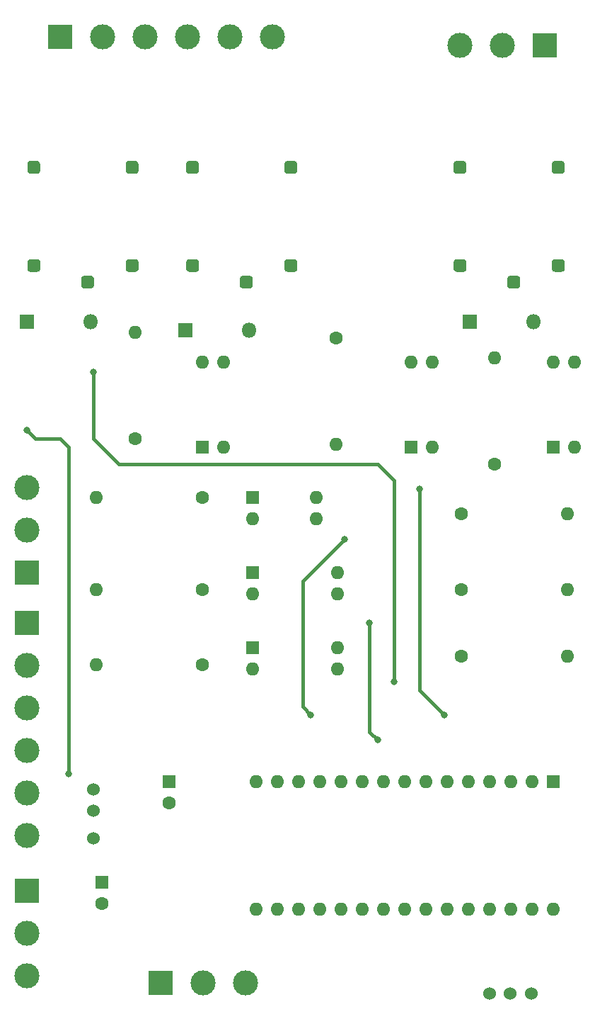
<source format=gtl>
G04 #@! TF.GenerationSoftware,KiCad,Pcbnew,(5.1.5)-3*
G04 #@! TF.CreationDate,2019-12-23T19:31:05-05:00*
G04 #@! TF.ProjectId,control_digital,636f6e74-726f-46c5-9f64-69676974616c,rev?*
G04 #@! TF.SameCoordinates,Original*
G04 #@! TF.FileFunction,Copper,L1,Top*
G04 #@! TF.FilePolarity,Positive*
%FSLAX46Y46*%
G04 Gerber Fmt 4.6, Leading zero omitted, Abs format (unit mm)*
G04 Created by KiCad (PCBNEW (5.1.5)-3) date 2019-12-23 19:31:05*
%MOMM*%
%LPD*%
G04 APERTURE LIST*
%ADD10C,3.000000*%
%ADD11R,3.000000X3.000000*%
%ADD12C,1.600000*%
%ADD13R,1.600000X1.600000*%
%ADD14O,1.600000X1.600000*%
%ADD15C,0.100000*%
%ADD16R,1.800000X1.800000*%
%ADD17O,1.800000X1.800000*%
%ADD18C,1.524000*%
%ADD19C,0.800000*%
%ADD20C,0.400000*%
G04 APERTURE END LIST*
D10*
X20000000Y-98080000D03*
X20000000Y-103160000D03*
D11*
X20000000Y-93000000D03*
D10*
X20000000Y-108240000D03*
X20000000Y-113320000D03*
X20000000Y-118400000D03*
D12*
X37000000Y-114500000D03*
D13*
X37000000Y-112000000D03*
D12*
X29000000Y-126500000D03*
D13*
X29000000Y-124000000D03*
D14*
X54620000Y-78000000D03*
X47000000Y-80540000D03*
X54620000Y-80540000D03*
D13*
X47000000Y-78000000D03*
D10*
X46160000Y-136000000D03*
X41080000Y-136000000D03*
D11*
X36000000Y-136000000D03*
D13*
X83000000Y-112000000D03*
D14*
X49980000Y-127240000D03*
X80460000Y-112000000D03*
X52520000Y-127240000D03*
X77920000Y-112000000D03*
X55060000Y-127240000D03*
X75380000Y-112000000D03*
X57600000Y-127240000D03*
X72840000Y-112000000D03*
X60140000Y-127240000D03*
X70300000Y-112000000D03*
X62680000Y-127240000D03*
X67760000Y-112000000D03*
X65220000Y-127240000D03*
X65220000Y-112000000D03*
X67760000Y-127240000D03*
X62680000Y-112000000D03*
X70300000Y-127240000D03*
X60140000Y-112000000D03*
X72840000Y-127240000D03*
X57600000Y-112000000D03*
X75380000Y-127240000D03*
X55060000Y-112000000D03*
X77920000Y-127240000D03*
X52520000Y-112000000D03*
X80460000Y-127240000D03*
X49980000Y-112000000D03*
X83000000Y-127240000D03*
X47440000Y-112000000D03*
X47440000Y-127240000D03*
D10*
X20000000Y-76840000D03*
X20000000Y-81920000D03*
D11*
X20000000Y-87000000D03*
G04 #@! TA.AperFunction,ComponentPad*
D15*
G36*
X40247145Y-37808535D02*
G01*
X40284129Y-37814021D01*
X40320398Y-37823106D01*
X40355602Y-37835702D01*
X40389402Y-37851688D01*
X40421472Y-37870910D01*
X40451504Y-37893183D01*
X40479208Y-37918292D01*
X40504317Y-37945996D01*
X40526590Y-37976028D01*
X40545812Y-38008098D01*
X40561798Y-38041898D01*
X40574394Y-38077102D01*
X40583479Y-38113371D01*
X40588965Y-38150355D01*
X40590800Y-38187700D01*
X40590800Y-38949700D01*
X40588965Y-38987045D01*
X40583479Y-39024029D01*
X40574394Y-39060298D01*
X40561798Y-39095502D01*
X40545812Y-39129302D01*
X40526590Y-39161372D01*
X40504317Y-39191404D01*
X40479208Y-39219108D01*
X40451504Y-39244217D01*
X40421472Y-39266490D01*
X40389402Y-39285712D01*
X40355602Y-39301698D01*
X40320398Y-39314294D01*
X40284129Y-39323379D01*
X40247145Y-39328865D01*
X40209800Y-39330700D01*
X39447800Y-39330700D01*
X39410455Y-39328865D01*
X39373471Y-39323379D01*
X39337202Y-39314294D01*
X39301998Y-39301698D01*
X39268198Y-39285712D01*
X39236128Y-39266490D01*
X39206096Y-39244217D01*
X39178392Y-39219108D01*
X39153283Y-39191404D01*
X39131010Y-39161372D01*
X39111788Y-39129302D01*
X39095802Y-39095502D01*
X39083206Y-39060298D01*
X39074121Y-39024029D01*
X39068635Y-38987045D01*
X39066800Y-38949700D01*
X39066800Y-38187700D01*
X39068635Y-38150355D01*
X39074121Y-38113371D01*
X39083206Y-38077102D01*
X39095802Y-38041898D01*
X39111788Y-38008098D01*
X39131010Y-37976028D01*
X39153283Y-37945996D01*
X39178392Y-37918292D01*
X39206096Y-37893183D01*
X39236128Y-37870910D01*
X39268198Y-37851688D01*
X39301998Y-37835702D01*
X39337202Y-37823106D01*
X39373471Y-37814021D01*
X39410455Y-37808535D01*
X39447800Y-37806700D01*
X40209800Y-37806700D01*
X40247145Y-37808535D01*
G37*
G04 #@! TD.AperFunction*
G04 #@! TA.AperFunction,ComponentPad*
G36*
X40272545Y-49530635D02*
G01*
X40309529Y-49536121D01*
X40345798Y-49545206D01*
X40381002Y-49557802D01*
X40414802Y-49573788D01*
X40446872Y-49593010D01*
X40476904Y-49615283D01*
X40504608Y-49640392D01*
X40529717Y-49668096D01*
X40551990Y-49698128D01*
X40571212Y-49730198D01*
X40587198Y-49763998D01*
X40599794Y-49799202D01*
X40608879Y-49835471D01*
X40614365Y-49872455D01*
X40616200Y-49909800D01*
X40616200Y-50671800D01*
X40614365Y-50709145D01*
X40608879Y-50746129D01*
X40599794Y-50782398D01*
X40587198Y-50817602D01*
X40571212Y-50851402D01*
X40551990Y-50883472D01*
X40529717Y-50913504D01*
X40504608Y-50941208D01*
X40476904Y-50966317D01*
X40446872Y-50988590D01*
X40414802Y-51007812D01*
X40381002Y-51023798D01*
X40345798Y-51036394D01*
X40309529Y-51045479D01*
X40272545Y-51050965D01*
X40235200Y-51052800D01*
X39473200Y-51052800D01*
X39435855Y-51050965D01*
X39398871Y-51045479D01*
X39362602Y-51036394D01*
X39327398Y-51023798D01*
X39293598Y-51007812D01*
X39261528Y-50988590D01*
X39231496Y-50966317D01*
X39203792Y-50941208D01*
X39178683Y-50913504D01*
X39156410Y-50883472D01*
X39137188Y-50851402D01*
X39121202Y-50817602D01*
X39108606Y-50782398D01*
X39099521Y-50746129D01*
X39094035Y-50709145D01*
X39092200Y-50671800D01*
X39092200Y-49909800D01*
X39094035Y-49872455D01*
X39099521Y-49835471D01*
X39108606Y-49799202D01*
X39121202Y-49763998D01*
X39137188Y-49730198D01*
X39156410Y-49698128D01*
X39178683Y-49668096D01*
X39203792Y-49640392D01*
X39231496Y-49615283D01*
X39261528Y-49593010D01*
X39293598Y-49573788D01*
X39327398Y-49557802D01*
X39362602Y-49545206D01*
X39398871Y-49536121D01*
X39435855Y-49530635D01*
X39473200Y-49528800D01*
X40235200Y-49528800D01*
X40272545Y-49530635D01*
G37*
G04 #@! TD.AperFunction*
G04 #@! TA.AperFunction,ComponentPad*
G36*
X52032745Y-49530635D02*
G01*
X52069729Y-49536121D01*
X52105998Y-49545206D01*
X52141202Y-49557802D01*
X52175002Y-49573788D01*
X52207072Y-49593010D01*
X52237104Y-49615283D01*
X52264808Y-49640392D01*
X52289917Y-49668096D01*
X52312190Y-49698128D01*
X52331412Y-49730198D01*
X52347398Y-49763998D01*
X52359994Y-49799202D01*
X52369079Y-49835471D01*
X52374565Y-49872455D01*
X52376400Y-49909800D01*
X52376400Y-50671800D01*
X52374565Y-50709145D01*
X52369079Y-50746129D01*
X52359994Y-50782398D01*
X52347398Y-50817602D01*
X52331412Y-50851402D01*
X52312190Y-50883472D01*
X52289917Y-50913504D01*
X52264808Y-50941208D01*
X52237104Y-50966317D01*
X52207072Y-50988590D01*
X52175002Y-51007812D01*
X52141202Y-51023798D01*
X52105998Y-51036394D01*
X52069729Y-51045479D01*
X52032745Y-51050965D01*
X51995400Y-51052800D01*
X51233400Y-51052800D01*
X51196055Y-51050965D01*
X51159071Y-51045479D01*
X51122802Y-51036394D01*
X51087598Y-51023798D01*
X51053798Y-51007812D01*
X51021728Y-50988590D01*
X50991696Y-50966317D01*
X50963992Y-50941208D01*
X50938883Y-50913504D01*
X50916610Y-50883472D01*
X50897388Y-50851402D01*
X50881402Y-50817602D01*
X50868806Y-50782398D01*
X50859721Y-50746129D01*
X50854235Y-50709145D01*
X50852400Y-50671800D01*
X50852400Y-49909800D01*
X50854235Y-49872455D01*
X50859721Y-49835471D01*
X50868806Y-49799202D01*
X50881402Y-49763998D01*
X50897388Y-49730198D01*
X50916610Y-49698128D01*
X50938883Y-49668096D01*
X50963992Y-49640392D01*
X50991696Y-49615283D01*
X51021728Y-49593010D01*
X51053798Y-49573788D01*
X51087598Y-49557802D01*
X51122802Y-49545206D01*
X51159071Y-49536121D01*
X51196055Y-49530635D01*
X51233400Y-49528800D01*
X51995400Y-49528800D01*
X52032745Y-49530635D01*
G37*
G04 #@! TD.AperFunction*
G04 #@! TA.AperFunction,ComponentPad*
G36*
X52020045Y-37808535D02*
G01*
X52057029Y-37814021D01*
X52093298Y-37823106D01*
X52128502Y-37835702D01*
X52162302Y-37851688D01*
X52194372Y-37870910D01*
X52224404Y-37893183D01*
X52252108Y-37918292D01*
X52277217Y-37945996D01*
X52299490Y-37976028D01*
X52318712Y-38008098D01*
X52334698Y-38041898D01*
X52347294Y-38077102D01*
X52356379Y-38113371D01*
X52361865Y-38150355D01*
X52363700Y-38187700D01*
X52363700Y-38949700D01*
X52361865Y-38987045D01*
X52356379Y-39024029D01*
X52347294Y-39060298D01*
X52334698Y-39095502D01*
X52318712Y-39129302D01*
X52299490Y-39161372D01*
X52277217Y-39191404D01*
X52252108Y-39219108D01*
X52224404Y-39244217D01*
X52194372Y-39266490D01*
X52162302Y-39285712D01*
X52128502Y-39301698D01*
X52093298Y-39314294D01*
X52057029Y-39323379D01*
X52020045Y-39328865D01*
X51982700Y-39330700D01*
X51220700Y-39330700D01*
X51183355Y-39328865D01*
X51146371Y-39323379D01*
X51110102Y-39314294D01*
X51074898Y-39301698D01*
X51041098Y-39285712D01*
X51009028Y-39266490D01*
X50978996Y-39244217D01*
X50951292Y-39219108D01*
X50926183Y-39191404D01*
X50903910Y-39161372D01*
X50884688Y-39129302D01*
X50868702Y-39095502D01*
X50856106Y-39060298D01*
X50847021Y-39024029D01*
X50841535Y-38987045D01*
X50839700Y-38949700D01*
X50839700Y-38187700D01*
X50841535Y-38150355D01*
X50847021Y-38113371D01*
X50856106Y-38077102D01*
X50868702Y-38041898D01*
X50884688Y-38008098D01*
X50903910Y-37976028D01*
X50926183Y-37945996D01*
X50951292Y-37918292D01*
X50978996Y-37893183D01*
X51009028Y-37870910D01*
X51041098Y-37851688D01*
X51074898Y-37835702D01*
X51110102Y-37823106D01*
X51146371Y-37814021D01*
X51183355Y-37808535D01*
X51220700Y-37806700D01*
X51982700Y-37806700D01*
X52020045Y-37808535D01*
G37*
G04 #@! TD.AperFunction*
G04 #@! TA.AperFunction,ComponentPad*
G36*
X46698745Y-51511835D02*
G01*
X46735729Y-51517321D01*
X46771998Y-51526406D01*
X46807202Y-51539002D01*
X46841002Y-51554988D01*
X46873072Y-51574210D01*
X46903104Y-51596483D01*
X46930808Y-51621592D01*
X46955917Y-51649296D01*
X46978190Y-51679328D01*
X46997412Y-51711398D01*
X47013398Y-51745198D01*
X47025994Y-51780402D01*
X47035079Y-51816671D01*
X47040565Y-51853655D01*
X47042400Y-51891000D01*
X47042400Y-52653000D01*
X47040565Y-52690345D01*
X47035079Y-52727329D01*
X47025994Y-52763598D01*
X47013398Y-52798802D01*
X46997412Y-52832602D01*
X46978190Y-52864672D01*
X46955917Y-52894704D01*
X46930808Y-52922408D01*
X46903104Y-52947517D01*
X46873072Y-52969790D01*
X46841002Y-52989012D01*
X46807202Y-53004998D01*
X46771998Y-53017594D01*
X46735729Y-53026679D01*
X46698745Y-53032165D01*
X46661400Y-53034000D01*
X45899400Y-53034000D01*
X45862055Y-53032165D01*
X45825071Y-53026679D01*
X45788802Y-53017594D01*
X45753598Y-53004998D01*
X45719798Y-52989012D01*
X45687728Y-52969790D01*
X45657696Y-52947517D01*
X45629992Y-52922408D01*
X45604883Y-52894704D01*
X45582610Y-52864672D01*
X45563388Y-52832602D01*
X45547402Y-52798802D01*
X45534806Y-52763598D01*
X45525721Y-52727329D01*
X45520235Y-52690345D01*
X45518400Y-52653000D01*
X45518400Y-51891000D01*
X45520235Y-51853655D01*
X45525721Y-51816671D01*
X45534806Y-51780402D01*
X45547402Y-51745198D01*
X45563388Y-51711398D01*
X45582610Y-51679328D01*
X45604883Y-51649296D01*
X45629992Y-51621592D01*
X45657696Y-51596483D01*
X45687728Y-51574210D01*
X45719798Y-51554988D01*
X45753598Y-51539002D01*
X45788802Y-51526406D01*
X45825071Y-51517321D01*
X45862055Y-51511835D01*
X45899400Y-51510000D01*
X46661400Y-51510000D01*
X46698745Y-51511835D01*
G37*
G04 #@! TD.AperFunction*
G04 #@! TA.AperFunction,ComponentPad*
G36*
X27698745Y-51511835D02*
G01*
X27735729Y-51517321D01*
X27771998Y-51526406D01*
X27807202Y-51539002D01*
X27841002Y-51554988D01*
X27873072Y-51574210D01*
X27903104Y-51596483D01*
X27930808Y-51621592D01*
X27955917Y-51649296D01*
X27978190Y-51679328D01*
X27997412Y-51711398D01*
X28013398Y-51745198D01*
X28025994Y-51780402D01*
X28035079Y-51816671D01*
X28040565Y-51853655D01*
X28042400Y-51891000D01*
X28042400Y-52653000D01*
X28040565Y-52690345D01*
X28035079Y-52727329D01*
X28025994Y-52763598D01*
X28013398Y-52798802D01*
X27997412Y-52832602D01*
X27978190Y-52864672D01*
X27955917Y-52894704D01*
X27930808Y-52922408D01*
X27903104Y-52947517D01*
X27873072Y-52969790D01*
X27841002Y-52989012D01*
X27807202Y-53004998D01*
X27771998Y-53017594D01*
X27735729Y-53026679D01*
X27698745Y-53032165D01*
X27661400Y-53034000D01*
X26899400Y-53034000D01*
X26862055Y-53032165D01*
X26825071Y-53026679D01*
X26788802Y-53017594D01*
X26753598Y-53004998D01*
X26719798Y-52989012D01*
X26687728Y-52969790D01*
X26657696Y-52947517D01*
X26629992Y-52922408D01*
X26604883Y-52894704D01*
X26582610Y-52864672D01*
X26563388Y-52832602D01*
X26547402Y-52798802D01*
X26534806Y-52763598D01*
X26525721Y-52727329D01*
X26520235Y-52690345D01*
X26518400Y-52653000D01*
X26518400Y-51891000D01*
X26520235Y-51853655D01*
X26525721Y-51816671D01*
X26534806Y-51780402D01*
X26547402Y-51745198D01*
X26563388Y-51711398D01*
X26582610Y-51679328D01*
X26604883Y-51649296D01*
X26629992Y-51621592D01*
X26657696Y-51596483D01*
X26687728Y-51574210D01*
X26719798Y-51554988D01*
X26753598Y-51539002D01*
X26788802Y-51526406D01*
X26825071Y-51517321D01*
X26862055Y-51511835D01*
X26899400Y-51510000D01*
X27661400Y-51510000D01*
X27698745Y-51511835D01*
G37*
G04 #@! TD.AperFunction*
G04 #@! TA.AperFunction,ComponentPad*
G36*
X33020045Y-37808535D02*
G01*
X33057029Y-37814021D01*
X33093298Y-37823106D01*
X33128502Y-37835702D01*
X33162302Y-37851688D01*
X33194372Y-37870910D01*
X33224404Y-37893183D01*
X33252108Y-37918292D01*
X33277217Y-37945996D01*
X33299490Y-37976028D01*
X33318712Y-38008098D01*
X33334698Y-38041898D01*
X33347294Y-38077102D01*
X33356379Y-38113371D01*
X33361865Y-38150355D01*
X33363700Y-38187700D01*
X33363700Y-38949700D01*
X33361865Y-38987045D01*
X33356379Y-39024029D01*
X33347294Y-39060298D01*
X33334698Y-39095502D01*
X33318712Y-39129302D01*
X33299490Y-39161372D01*
X33277217Y-39191404D01*
X33252108Y-39219108D01*
X33224404Y-39244217D01*
X33194372Y-39266490D01*
X33162302Y-39285712D01*
X33128502Y-39301698D01*
X33093298Y-39314294D01*
X33057029Y-39323379D01*
X33020045Y-39328865D01*
X32982700Y-39330700D01*
X32220700Y-39330700D01*
X32183355Y-39328865D01*
X32146371Y-39323379D01*
X32110102Y-39314294D01*
X32074898Y-39301698D01*
X32041098Y-39285712D01*
X32009028Y-39266490D01*
X31978996Y-39244217D01*
X31951292Y-39219108D01*
X31926183Y-39191404D01*
X31903910Y-39161372D01*
X31884688Y-39129302D01*
X31868702Y-39095502D01*
X31856106Y-39060298D01*
X31847021Y-39024029D01*
X31841535Y-38987045D01*
X31839700Y-38949700D01*
X31839700Y-38187700D01*
X31841535Y-38150355D01*
X31847021Y-38113371D01*
X31856106Y-38077102D01*
X31868702Y-38041898D01*
X31884688Y-38008098D01*
X31903910Y-37976028D01*
X31926183Y-37945996D01*
X31951292Y-37918292D01*
X31978996Y-37893183D01*
X32009028Y-37870910D01*
X32041098Y-37851688D01*
X32074898Y-37835702D01*
X32110102Y-37823106D01*
X32146371Y-37814021D01*
X32183355Y-37808535D01*
X32220700Y-37806700D01*
X32982700Y-37806700D01*
X33020045Y-37808535D01*
G37*
G04 #@! TD.AperFunction*
G04 #@! TA.AperFunction,ComponentPad*
G36*
X33032745Y-49530635D02*
G01*
X33069729Y-49536121D01*
X33105998Y-49545206D01*
X33141202Y-49557802D01*
X33175002Y-49573788D01*
X33207072Y-49593010D01*
X33237104Y-49615283D01*
X33264808Y-49640392D01*
X33289917Y-49668096D01*
X33312190Y-49698128D01*
X33331412Y-49730198D01*
X33347398Y-49763998D01*
X33359994Y-49799202D01*
X33369079Y-49835471D01*
X33374565Y-49872455D01*
X33376400Y-49909800D01*
X33376400Y-50671800D01*
X33374565Y-50709145D01*
X33369079Y-50746129D01*
X33359994Y-50782398D01*
X33347398Y-50817602D01*
X33331412Y-50851402D01*
X33312190Y-50883472D01*
X33289917Y-50913504D01*
X33264808Y-50941208D01*
X33237104Y-50966317D01*
X33207072Y-50988590D01*
X33175002Y-51007812D01*
X33141202Y-51023798D01*
X33105998Y-51036394D01*
X33069729Y-51045479D01*
X33032745Y-51050965D01*
X32995400Y-51052800D01*
X32233400Y-51052800D01*
X32196055Y-51050965D01*
X32159071Y-51045479D01*
X32122802Y-51036394D01*
X32087598Y-51023798D01*
X32053798Y-51007812D01*
X32021728Y-50988590D01*
X31991696Y-50966317D01*
X31963992Y-50941208D01*
X31938883Y-50913504D01*
X31916610Y-50883472D01*
X31897388Y-50851402D01*
X31881402Y-50817602D01*
X31868806Y-50782398D01*
X31859721Y-50746129D01*
X31854235Y-50709145D01*
X31852400Y-50671800D01*
X31852400Y-49909800D01*
X31854235Y-49872455D01*
X31859721Y-49835471D01*
X31868806Y-49799202D01*
X31881402Y-49763998D01*
X31897388Y-49730198D01*
X31916610Y-49698128D01*
X31938883Y-49668096D01*
X31963992Y-49640392D01*
X31991696Y-49615283D01*
X32021728Y-49593010D01*
X32053798Y-49573788D01*
X32087598Y-49557802D01*
X32122802Y-49545206D01*
X32159071Y-49536121D01*
X32196055Y-49530635D01*
X32233400Y-49528800D01*
X32995400Y-49528800D01*
X33032745Y-49530635D01*
G37*
G04 #@! TD.AperFunction*
G04 #@! TA.AperFunction,ComponentPad*
G36*
X21272545Y-49530635D02*
G01*
X21309529Y-49536121D01*
X21345798Y-49545206D01*
X21381002Y-49557802D01*
X21414802Y-49573788D01*
X21446872Y-49593010D01*
X21476904Y-49615283D01*
X21504608Y-49640392D01*
X21529717Y-49668096D01*
X21551990Y-49698128D01*
X21571212Y-49730198D01*
X21587198Y-49763998D01*
X21599794Y-49799202D01*
X21608879Y-49835471D01*
X21614365Y-49872455D01*
X21616200Y-49909800D01*
X21616200Y-50671800D01*
X21614365Y-50709145D01*
X21608879Y-50746129D01*
X21599794Y-50782398D01*
X21587198Y-50817602D01*
X21571212Y-50851402D01*
X21551990Y-50883472D01*
X21529717Y-50913504D01*
X21504608Y-50941208D01*
X21476904Y-50966317D01*
X21446872Y-50988590D01*
X21414802Y-51007812D01*
X21381002Y-51023798D01*
X21345798Y-51036394D01*
X21309529Y-51045479D01*
X21272545Y-51050965D01*
X21235200Y-51052800D01*
X20473200Y-51052800D01*
X20435855Y-51050965D01*
X20398871Y-51045479D01*
X20362602Y-51036394D01*
X20327398Y-51023798D01*
X20293598Y-51007812D01*
X20261528Y-50988590D01*
X20231496Y-50966317D01*
X20203792Y-50941208D01*
X20178683Y-50913504D01*
X20156410Y-50883472D01*
X20137188Y-50851402D01*
X20121202Y-50817602D01*
X20108606Y-50782398D01*
X20099521Y-50746129D01*
X20094035Y-50709145D01*
X20092200Y-50671800D01*
X20092200Y-49909800D01*
X20094035Y-49872455D01*
X20099521Y-49835471D01*
X20108606Y-49799202D01*
X20121202Y-49763998D01*
X20137188Y-49730198D01*
X20156410Y-49698128D01*
X20178683Y-49668096D01*
X20203792Y-49640392D01*
X20231496Y-49615283D01*
X20261528Y-49593010D01*
X20293598Y-49573788D01*
X20327398Y-49557802D01*
X20362602Y-49545206D01*
X20398871Y-49536121D01*
X20435855Y-49530635D01*
X20473200Y-49528800D01*
X21235200Y-49528800D01*
X21272545Y-49530635D01*
G37*
G04 #@! TD.AperFunction*
G04 #@! TA.AperFunction,ComponentPad*
G36*
X21247145Y-37808535D02*
G01*
X21284129Y-37814021D01*
X21320398Y-37823106D01*
X21355602Y-37835702D01*
X21389402Y-37851688D01*
X21421472Y-37870910D01*
X21451504Y-37893183D01*
X21479208Y-37918292D01*
X21504317Y-37945996D01*
X21526590Y-37976028D01*
X21545812Y-38008098D01*
X21561798Y-38041898D01*
X21574394Y-38077102D01*
X21583479Y-38113371D01*
X21588965Y-38150355D01*
X21590800Y-38187700D01*
X21590800Y-38949700D01*
X21588965Y-38987045D01*
X21583479Y-39024029D01*
X21574394Y-39060298D01*
X21561798Y-39095502D01*
X21545812Y-39129302D01*
X21526590Y-39161372D01*
X21504317Y-39191404D01*
X21479208Y-39219108D01*
X21451504Y-39244217D01*
X21421472Y-39266490D01*
X21389402Y-39285712D01*
X21355602Y-39301698D01*
X21320398Y-39314294D01*
X21284129Y-39323379D01*
X21247145Y-39328865D01*
X21209800Y-39330700D01*
X20447800Y-39330700D01*
X20410455Y-39328865D01*
X20373471Y-39323379D01*
X20337202Y-39314294D01*
X20301998Y-39301698D01*
X20268198Y-39285712D01*
X20236128Y-39266490D01*
X20206096Y-39244217D01*
X20178392Y-39219108D01*
X20153283Y-39191404D01*
X20131010Y-39161372D01*
X20111788Y-39129302D01*
X20095802Y-39095502D01*
X20083206Y-39060298D01*
X20074121Y-39024029D01*
X20068635Y-38987045D01*
X20066800Y-38949700D01*
X20066800Y-38187700D01*
X20068635Y-38150355D01*
X20074121Y-38113371D01*
X20083206Y-38077102D01*
X20095802Y-38041898D01*
X20111788Y-38008098D01*
X20131010Y-37976028D01*
X20153283Y-37945996D01*
X20178392Y-37918292D01*
X20206096Y-37893183D01*
X20236128Y-37870910D01*
X20268198Y-37851688D01*
X20301998Y-37835702D01*
X20337202Y-37823106D01*
X20373471Y-37814021D01*
X20410455Y-37808535D01*
X20447800Y-37806700D01*
X21209800Y-37806700D01*
X21247145Y-37808535D01*
G37*
G04 #@! TD.AperFunction*
D16*
X73000000Y-57000000D03*
D17*
X80620000Y-57000000D03*
G04 #@! TA.AperFunction,ComponentPad*
D15*
G36*
X78698745Y-51511835D02*
G01*
X78735729Y-51517321D01*
X78771998Y-51526406D01*
X78807202Y-51539002D01*
X78841002Y-51554988D01*
X78873072Y-51574210D01*
X78903104Y-51596483D01*
X78930808Y-51621592D01*
X78955917Y-51649296D01*
X78978190Y-51679328D01*
X78997412Y-51711398D01*
X79013398Y-51745198D01*
X79025994Y-51780402D01*
X79035079Y-51816671D01*
X79040565Y-51853655D01*
X79042400Y-51891000D01*
X79042400Y-52653000D01*
X79040565Y-52690345D01*
X79035079Y-52727329D01*
X79025994Y-52763598D01*
X79013398Y-52798802D01*
X78997412Y-52832602D01*
X78978190Y-52864672D01*
X78955917Y-52894704D01*
X78930808Y-52922408D01*
X78903104Y-52947517D01*
X78873072Y-52969790D01*
X78841002Y-52989012D01*
X78807202Y-53004998D01*
X78771998Y-53017594D01*
X78735729Y-53026679D01*
X78698745Y-53032165D01*
X78661400Y-53034000D01*
X77899400Y-53034000D01*
X77862055Y-53032165D01*
X77825071Y-53026679D01*
X77788802Y-53017594D01*
X77753598Y-53004998D01*
X77719798Y-52989012D01*
X77687728Y-52969790D01*
X77657696Y-52947517D01*
X77629992Y-52922408D01*
X77604883Y-52894704D01*
X77582610Y-52864672D01*
X77563388Y-52832602D01*
X77547402Y-52798802D01*
X77534806Y-52763598D01*
X77525721Y-52727329D01*
X77520235Y-52690345D01*
X77518400Y-52653000D01*
X77518400Y-51891000D01*
X77520235Y-51853655D01*
X77525721Y-51816671D01*
X77534806Y-51780402D01*
X77547402Y-51745198D01*
X77563388Y-51711398D01*
X77582610Y-51679328D01*
X77604883Y-51649296D01*
X77629992Y-51621592D01*
X77657696Y-51596483D01*
X77687728Y-51574210D01*
X77719798Y-51554988D01*
X77753598Y-51539002D01*
X77788802Y-51526406D01*
X77825071Y-51517321D01*
X77862055Y-51511835D01*
X77899400Y-51510000D01*
X78661400Y-51510000D01*
X78698745Y-51511835D01*
G37*
G04 #@! TD.AperFunction*
G04 #@! TA.AperFunction,ComponentPad*
G36*
X84020045Y-37808535D02*
G01*
X84057029Y-37814021D01*
X84093298Y-37823106D01*
X84128502Y-37835702D01*
X84162302Y-37851688D01*
X84194372Y-37870910D01*
X84224404Y-37893183D01*
X84252108Y-37918292D01*
X84277217Y-37945996D01*
X84299490Y-37976028D01*
X84318712Y-38008098D01*
X84334698Y-38041898D01*
X84347294Y-38077102D01*
X84356379Y-38113371D01*
X84361865Y-38150355D01*
X84363700Y-38187700D01*
X84363700Y-38949700D01*
X84361865Y-38987045D01*
X84356379Y-39024029D01*
X84347294Y-39060298D01*
X84334698Y-39095502D01*
X84318712Y-39129302D01*
X84299490Y-39161372D01*
X84277217Y-39191404D01*
X84252108Y-39219108D01*
X84224404Y-39244217D01*
X84194372Y-39266490D01*
X84162302Y-39285712D01*
X84128502Y-39301698D01*
X84093298Y-39314294D01*
X84057029Y-39323379D01*
X84020045Y-39328865D01*
X83982700Y-39330700D01*
X83220700Y-39330700D01*
X83183355Y-39328865D01*
X83146371Y-39323379D01*
X83110102Y-39314294D01*
X83074898Y-39301698D01*
X83041098Y-39285712D01*
X83009028Y-39266490D01*
X82978996Y-39244217D01*
X82951292Y-39219108D01*
X82926183Y-39191404D01*
X82903910Y-39161372D01*
X82884688Y-39129302D01*
X82868702Y-39095502D01*
X82856106Y-39060298D01*
X82847021Y-39024029D01*
X82841535Y-38987045D01*
X82839700Y-38949700D01*
X82839700Y-38187700D01*
X82841535Y-38150355D01*
X82847021Y-38113371D01*
X82856106Y-38077102D01*
X82868702Y-38041898D01*
X82884688Y-38008098D01*
X82903910Y-37976028D01*
X82926183Y-37945996D01*
X82951292Y-37918292D01*
X82978996Y-37893183D01*
X83009028Y-37870910D01*
X83041098Y-37851688D01*
X83074898Y-37835702D01*
X83110102Y-37823106D01*
X83146371Y-37814021D01*
X83183355Y-37808535D01*
X83220700Y-37806700D01*
X83982700Y-37806700D01*
X84020045Y-37808535D01*
G37*
G04 #@! TD.AperFunction*
G04 #@! TA.AperFunction,ComponentPad*
G36*
X84032745Y-49530635D02*
G01*
X84069729Y-49536121D01*
X84105998Y-49545206D01*
X84141202Y-49557802D01*
X84175002Y-49573788D01*
X84207072Y-49593010D01*
X84237104Y-49615283D01*
X84264808Y-49640392D01*
X84289917Y-49668096D01*
X84312190Y-49698128D01*
X84331412Y-49730198D01*
X84347398Y-49763998D01*
X84359994Y-49799202D01*
X84369079Y-49835471D01*
X84374565Y-49872455D01*
X84376400Y-49909800D01*
X84376400Y-50671800D01*
X84374565Y-50709145D01*
X84369079Y-50746129D01*
X84359994Y-50782398D01*
X84347398Y-50817602D01*
X84331412Y-50851402D01*
X84312190Y-50883472D01*
X84289917Y-50913504D01*
X84264808Y-50941208D01*
X84237104Y-50966317D01*
X84207072Y-50988590D01*
X84175002Y-51007812D01*
X84141202Y-51023798D01*
X84105998Y-51036394D01*
X84069729Y-51045479D01*
X84032745Y-51050965D01*
X83995400Y-51052800D01*
X83233400Y-51052800D01*
X83196055Y-51050965D01*
X83159071Y-51045479D01*
X83122802Y-51036394D01*
X83087598Y-51023798D01*
X83053798Y-51007812D01*
X83021728Y-50988590D01*
X82991696Y-50966317D01*
X82963992Y-50941208D01*
X82938883Y-50913504D01*
X82916610Y-50883472D01*
X82897388Y-50851402D01*
X82881402Y-50817602D01*
X82868806Y-50782398D01*
X82859721Y-50746129D01*
X82854235Y-50709145D01*
X82852400Y-50671800D01*
X82852400Y-49909800D01*
X82854235Y-49872455D01*
X82859721Y-49835471D01*
X82868806Y-49799202D01*
X82881402Y-49763998D01*
X82897388Y-49730198D01*
X82916610Y-49698128D01*
X82938883Y-49668096D01*
X82963992Y-49640392D01*
X82991696Y-49615283D01*
X83021728Y-49593010D01*
X83053798Y-49573788D01*
X83087598Y-49557802D01*
X83122802Y-49545206D01*
X83159071Y-49536121D01*
X83196055Y-49530635D01*
X83233400Y-49528800D01*
X83995400Y-49528800D01*
X84032745Y-49530635D01*
G37*
G04 #@! TD.AperFunction*
G04 #@! TA.AperFunction,ComponentPad*
G36*
X72272545Y-49530635D02*
G01*
X72309529Y-49536121D01*
X72345798Y-49545206D01*
X72381002Y-49557802D01*
X72414802Y-49573788D01*
X72446872Y-49593010D01*
X72476904Y-49615283D01*
X72504608Y-49640392D01*
X72529717Y-49668096D01*
X72551990Y-49698128D01*
X72571212Y-49730198D01*
X72587198Y-49763998D01*
X72599794Y-49799202D01*
X72608879Y-49835471D01*
X72614365Y-49872455D01*
X72616200Y-49909800D01*
X72616200Y-50671800D01*
X72614365Y-50709145D01*
X72608879Y-50746129D01*
X72599794Y-50782398D01*
X72587198Y-50817602D01*
X72571212Y-50851402D01*
X72551990Y-50883472D01*
X72529717Y-50913504D01*
X72504608Y-50941208D01*
X72476904Y-50966317D01*
X72446872Y-50988590D01*
X72414802Y-51007812D01*
X72381002Y-51023798D01*
X72345798Y-51036394D01*
X72309529Y-51045479D01*
X72272545Y-51050965D01*
X72235200Y-51052800D01*
X71473200Y-51052800D01*
X71435855Y-51050965D01*
X71398871Y-51045479D01*
X71362602Y-51036394D01*
X71327398Y-51023798D01*
X71293598Y-51007812D01*
X71261528Y-50988590D01*
X71231496Y-50966317D01*
X71203792Y-50941208D01*
X71178683Y-50913504D01*
X71156410Y-50883472D01*
X71137188Y-50851402D01*
X71121202Y-50817602D01*
X71108606Y-50782398D01*
X71099521Y-50746129D01*
X71094035Y-50709145D01*
X71092200Y-50671800D01*
X71092200Y-49909800D01*
X71094035Y-49872455D01*
X71099521Y-49835471D01*
X71108606Y-49799202D01*
X71121202Y-49763998D01*
X71137188Y-49730198D01*
X71156410Y-49698128D01*
X71178683Y-49668096D01*
X71203792Y-49640392D01*
X71231496Y-49615283D01*
X71261528Y-49593010D01*
X71293598Y-49573788D01*
X71327398Y-49557802D01*
X71362602Y-49545206D01*
X71398871Y-49536121D01*
X71435855Y-49530635D01*
X71473200Y-49528800D01*
X72235200Y-49528800D01*
X72272545Y-49530635D01*
G37*
G04 #@! TD.AperFunction*
G04 #@! TA.AperFunction,ComponentPad*
G36*
X72247145Y-37808535D02*
G01*
X72284129Y-37814021D01*
X72320398Y-37823106D01*
X72355602Y-37835702D01*
X72389402Y-37851688D01*
X72421472Y-37870910D01*
X72451504Y-37893183D01*
X72479208Y-37918292D01*
X72504317Y-37945996D01*
X72526590Y-37976028D01*
X72545812Y-38008098D01*
X72561798Y-38041898D01*
X72574394Y-38077102D01*
X72583479Y-38113371D01*
X72588965Y-38150355D01*
X72590800Y-38187700D01*
X72590800Y-38949700D01*
X72588965Y-38987045D01*
X72583479Y-39024029D01*
X72574394Y-39060298D01*
X72561798Y-39095502D01*
X72545812Y-39129302D01*
X72526590Y-39161372D01*
X72504317Y-39191404D01*
X72479208Y-39219108D01*
X72451504Y-39244217D01*
X72421472Y-39266490D01*
X72389402Y-39285712D01*
X72355602Y-39301698D01*
X72320398Y-39314294D01*
X72284129Y-39323379D01*
X72247145Y-39328865D01*
X72209800Y-39330700D01*
X71447800Y-39330700D01*
X71410455Y-39328865D01*
X71373471Y-39323379D01*
X71337202Y-39314294D01*
X71301998Y-39301698D01*
X71268198Y-39285712D01*
X71236128Y-39266490D01*
X71206096Y-39244217D01*
X71178392Y-39219108D01*
X71153283Y-39191404D01*
X71131010Y-39161372D01*
X71111788Y-39129302D01*
X71095802Y-39095502D01*
X71083206Y-39060298D01*
X71074121Y-39024029D01*
X71068635Y-38987045D01*
X71066800Y-38949700D01*
X71066800Y-38187700D01*
X71068635Y-38150355D01*
X71074121Y-38113371D01*
X71083206Y-38077102D01*
X71095802Y-38041898D01*
X71111788Y-38008098D01*
X71131010Y-37976028D01*
X71153283Y-37945996D01*
X71178392Y-37918292D01*
X71206096Y-37893183D01*
X71236128Y-37870910D01*
X71268198Y-37851688D01*
X71301998Y-37835702D01*
X71337202Y-37823106D01*
X71373471Y-37814021D01*
X71410455Y-37808535D01*
X71447800Y-37806700D01*
X72209800Y-37806700D01*
X72247145Y-37808535D01*
G37*
G04 #@! TD.AperFunction*
D11*
X82000000Y-24000000D03*
D10*
X76920000Y-24000000D03*
X71840000Y-24000000D03*
D14*
X76000000Y-61300000D03*
D12*
X76000000Y-74000000D03*
D14*
X57000000Y-71700000D03*
D12*
X57000000Y-59000000D03*
D14*
X33000000Y-58300000D03*
D12*
X33000000Y-71000000D03*
D14*
X28300000Y-98000000D03*
D12*
X41000000Y-98000000D03*
D14*
X84700000Y-97000000D03*
D12*
X72000000Y-97000000D03*
D14*
X28300000Y-89000000D03*
D12*
X41000000Y-89000000D03*
D14*
X84700000Y-89000000D03*
D12*
X72000000Y-89000000D03*
D14*
X28300000Y-78000000D03*
D12*
X41000000Y-78000000D03*
D10*
X20000000Y-135160000D03*
X20000000Y-130080000D03*
D11*
X20000000Y-125000000D03*
D10*
X49400000Y-23000000D03*
X44320000Y-23000000D03*
X39240000Y-23000000D03*
D11*
X24000000Y-23000000D03*
D10*
X34160000Y-23000000D03*
X29080000Y-23000000D03*
D18*
X80353300Y-137244100D03*
X77851400Y-137244100D03*
X75362200Y-137244100D03*
X28002800Y-112897400D03*
X28002800Y-115450100D03*
X28002800Y-118714000D03*
D13*
X47000000Y-87000000D03*
D14*
X57160000Y-89540000D03*
X47000000Y-89540000D03*
X57160000Y-87000000D03*
X57160000Y-96000000D03*
X47000000Y-98540000D03*
X57160000Y-98540000D03*
D13*
X47000000Y-96000000D03*
X41000000Y-72000000D03*
D14*
X43540000Y-61840000D03*
X43540000Y-72000000D03*
X41000000Y-61840000D03*
X66000000Y-61840000D03*
X68540000Y-72000000D03*
X68540000Y-61840000D03*
D13*
X66000000Y-72000000D03*
X83000000Y-72000000D03*
D14*
X85540000Y-61840000D03*
X85540000Y-72000000D03*
X83000000Y-61840000D03*
D16*
X20000000Y-57000000D03*
D17*
X27620000Y-57000000D03*
X46620000Y-58000000D03*
D16*
X39000000Y-58000000D03*
D12*
X72000000Y-80000000D03*
D14*
X84700000Y-80000000D03*
D19*
X67000000Y-77000000D03*
X70000000Y-104000000D03*
X28000000Y-63000000D03*
X64000000Y-100000000D03*
X61000000Y-93000000D03*
X62000000Y-107000000D03*
X58000000Y-83000000D03*
X54000000Y-104000000D03*
X20000000Y-70000000D03*
X25000000Y-111000000D03*
D20*
X67000000Y-101000000D02*
X67000000Y-77000000D01*
X70000000Y-104000000D02*
X67000000Y-101000000D01*
X28000000Y-71000000D02*
X28000000Y-63000000D01*
X31000000Y-74000000D02*
X28000000Y-71000000D01*
X62000000Y-74000000D02*
X31000000Y-74000000D01*
X64000000Y-76000000D02*
X62000000Y-74000000D01*
X64000000Y-100000000D02*
X64000000Y-76000000D01*
X61000000Y-106000000D02*
X61000000Y-93000000D01*
X62000000Y-107000000D02*
X61000000Y-106000000D01*
X53000000Y-88000000D02*
X58000000Y-83000000D01*
X53000000Y-103000000D02*
X53000000Y-88000000D01*
X54000000Y-104000000D02*
X53000000Y-103000000D01*
X20000000Y-70000000D02*
X21000000Y-71000000D01*
X21000000Y-71000000D02*
X24000000Y-71000000D01*
X24000000Y-71000000D02*
X25000000Y-72000000D01*
X25000000Y-72000000D02*
X25000000Y-111000000D01*
M02*

</source>
